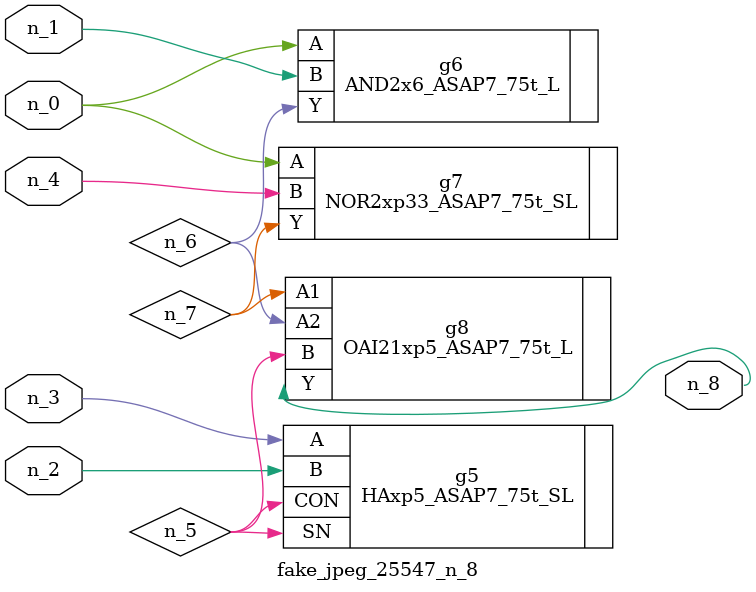
<source format=v>
module fake_jpeg_25547_n_8 (n_3, n_2, n_1, n_0, n_4, n_8);

input n_3;
input n_2;
input n_1;
input n_0;
input n_4;

output n_8;

wire n_6;
wire n_5;
wire n_7;

HAxp5_ASAP7_75t_SL g5 ( 
.A(n_3),
.B(n_2),
.CON(n_5),
.SN(n_5)
);

AND2x6_ASAP7_75t_L g6 ( 
.A(n_0),
.B(n_1),
.Y(n_6)
);

NOR2xp33_ASAP7_75t_SL g7 ( 
.A(n_0),
.B(n_4),
.Y(n_7)
);

OAI21xp5_ASAP7_75t_L g8 ( 
.A1(n_7),
.A2(n_6),
.B(n_5),
.Y(n_8)
);


endmodule
</source>
